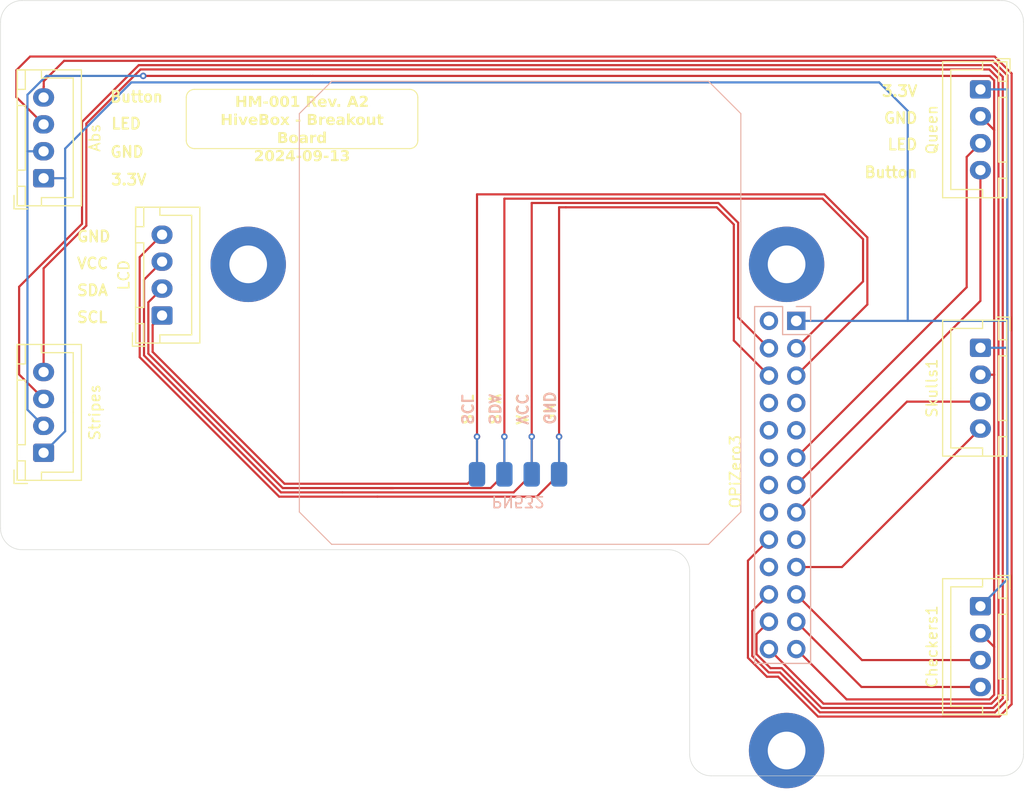
<source format=kicad_pcb>
(kicad_pcb (version 20240108) (generator "pcbnew") (generator_version "8.0")
  (layers (0 "F.Cu" signal) (31 "B.Cu" signal) (34 "B.Paste" user) (35 "F.Paste" user) (36 "B.SilkS" user "B.Silkscreen") (37 "F.SilkS" user "F.Silkscreen") (38 "B.Mask" user) (39 "F.Mask" user) (44 "Edge.Cuts" user))
  (net 0 "")
  (net 1 "Net-(Abs1-Pin_2)")
  (net 2 "Net-(Abs1-Pin_1)")
  (net 3 "Net-(Abs1-Pin_3)")
  (net 4 "Net-(Abs1-Pin_4)")
  (net 5 "Net-(Checkers1-Pin_4)")
  (net 6 "Net-(Checkers1-Pin_3)")
  (net 7 "Net-(LCD1-SDA)")
  (net 8 "Net-(LCD1-SCK)")
  (net 9 "Net-(LCD1-VCC)")
  (net 10 "Net-(LCD1-GND)")
  (net 12 "Net-(OPiZero3-Pin_24)")
  (net 16 "Net-(OPiZero3-PC6)")
  (net 17 "Net-(OPiZero3-Pin_19)")
  (net 20 "Net-(OPiZero3-Pin_26)")
  (net 21 "Net-(OPiZero3-PC8)")
  (net 23 "Net-(OPiZero3-PC5)")
  (footprint "Connector_JST:JST_XH_B4B-XH-A_1x04_P2.50mm_Vertical" (layer "F.Cu") (at 246.5 47.75 -90)
    (property "Reference" "Queen" (at 3.75 4.5 270) (layer "F.SilkS"))
    (property "Value" "Conn_01x04_Pin")
    (fp_line (start -2.56 3.51) (end 10.06 3.51) (stroke (width 0.12)) (layer "F.SilkS"))
    (fp_line (start 10.06 3.51) (end 10.06 -2.46) (stroke (width 0.12)) (layer "F.SilkS"))
    (fp_line (start -1.8 2.75) (end 3.75 2.75) (stroke (width 0.12)) (layer "F.SilkS"))
    (fp_line (start 9.3 2.75) (end 3.75 2.75) (stroke (width 0.12)) (layer "F.SilkS"))
    (fp_line (start -2.55 -0.2) (end -1.8 -0.2) (stroke (width 0.12)) (layer "F.SilkS"))
    (fp_line (start -1.8 -0.2) (end -1.8 2.75) (stroke (width 0.12)) (layer "F.SilkS"))
    (fp_line (start 9.3 -0.2) (end 9.3 2.75) (stroke (width 0.12)) (layer "F.SilkS"))
    (fp_line (start 10.05 -0.2) (end 9.3 -0.2) (stroke (width 0.12)) (layer "F.SilkS"))
    (fp_line (start -2.55 -1.7) (end -0.75 -1.7) (stroke (width 0.12)) (layer "F.SilkS"))
    (fp_line (start -0.75 -1.7) (end -0.75 -2.45) (stroke (width 0.12)) (layer "F.SilkS"))
    (fp_line (start 0.75 -1.7) (end 6.75 -1.7) (stroke (width 0.12)) (layer "F.SilkS"))
    (fp_line (start 6.75 -1.7) (end 6.75 -2.45) (stroke (width 0.12)) (layer "F.SilkS"))
    (fp_line (start 8.25 -1.7) (end 10.05 -1.7) (stroke (width 0.12)) (layer "F.SilkS"))
    (fp_line (start 10.05 -1.7) (end 10.05 -2.45) (stroke (width 0.12)) (layer "F.SilkS"))
    (fp_line (start -2.55 -2.45) (end -2.55 -1.7) (stroke (width 0.12)) (layer "F.SilkS"))
    (fp_line (start -0.75 -2.45) (end -2.55 -2.45) (stroke (width 0.12)) (layer "F.SilkS"))
    (fp_line (start 0.75 -2.45) (end 0.75 -1.7) (stroke (width 0.12)) (layer "F.SilkS"))
    (fp_line (start 6.75 -2.45) (end 0.75 -2.45) (stroke (width 0.12)) (layer "F.SilkS"))
    (fp_line (start 8.25 -2.45) (end 8.25 -1.7) (stroke (width 0.12)) (layer "F.SilkS"))
    (fp_line (start 10.05 -2.45) (end 8.25 -2.45) (stroke (width 0.12)) (layer "F.SilkS"))
    (fp_line (start -2.56 -2.46) (end -2.56 3.51) (stroke (width 0.12)) (layer "F.SilkS"))
    (fp_line (start 10.06 -2.46) (end -2.56 -2.46) (stroke (width 0.12)) (layer "F.SilkS"))
    (fp_line (start -2.85 -2.75) (end -2.85 -1.5) (stroke (width 0.12)) (layer "F.SilkS"))
    (fp_line (start -1.6 -2.75) (end -2.85 -2.75) (stroke (width 0.12)) (layer "F.SilkS"))
    (pad "1" thru_hole roundrect (at 0 0 270) (size 1.7 1.95) (drill 0.95) (layers "*.Cu" "*.Mask") (roundrect_rratio 0.147059) (net 2 "Net-(Abs1-Pin_1)"))
    (pad "2" thru_hole oval (at 2.5 0 270) (size 1.7 1.95) (drill 0.95) (layers "*.Cu" "*.Mask") (net 1 "Net-(Abs1-Pin_2)"))
    (pad "3" thru_hole oval (at 5 0 270) (size 1.7 1.95) (drill 0.95) (layers "*.Cu" "*.Mask") (net 16 "Net-(OPiZero3-PC6)"))
    (pad "4" thru_hole oval (at 7.5 0 270) (size 1.7 1.95) (drill 0.95) (layers "*.Cu" "*.Mask") (net 23 "Net-(OPiZero3-PC5)"))
  )
  (footprint "Connector_JST:JST_XH_B4B-XH-A_1x04_P2.50mm_Vertical" (layer "F.Cu") (at 246.5 95.75 -90)
    (property "Reference" "Checkers1" (at 3.75 4.5 90) (layer "F.SilkS"))
    (property "Value" "Conn_01x04_Pin")
    (fp_line (start -2.56 3.51) (end 10.06 3.51) (stroke (width 0.12)) (layer "F.SilkS"))
    (fp_line (start 10.06 3.51) (end 10.06 -2.46) (stroke (width 0.12)) (layer "F.SilkS"))
    (fp_line (start -1.8 2.75) (end 3.75 2.75) (stroke (width 0.12)) (layer "F.SilkS"))
    (fp_line (start 9.3 2.75) (end 3.75 2.75) (stroke (width 0.12)) (layer "F.SilkS"))
    (fp_line (start -2.55 -0.2) (end -1.8 -0.2) (stroke (width 0.12)) (layer "F.SilkS"))
    (fp_line (start -1.8 -0.2) (end -1.8 2.75) (stroke (width 0.12)) (layer "F.SilkS"))
    (fp_line (start 9.3 -0.2) (end 9.3 2.75) (stroke (width 0.12)) (layer "F.SilkS"))
    (fp_line (start 10.05 -0.2) (end 9.3 -0.2) (stroke (width 0.12)) (layer "F.SilkS"))
    (fp_line (start -2.55 -1.7) (end -0.75 -1.7) (stroke (width 0.12)) (layer "F.SilkS"))
    (fp_line (start -0.75 -1.7) (end -0.75 -2.45) (stroke (width 0.12)) (layer "F.SilkS"))
    (fp_line (start 0.75 -1.7) (end 6.75 -1.7) (stroke (width 0.12)) (layer "F.SilkS"))
    (fp_line (start 6.75 -1.7) (end 6.75 -2.45) (stroke (width 0.12)) (layer "F.SilkS"))
    (fp_line (start 8.25 -1.7) (end 10.05 -1.7) (stroke (width 0.12)) (layer "F.SilkS"))
    (fp_line (start 10.05 -1.7) (end 10.05 -2.45) (stroke (width 0.12)) (layer "F.SilkS"))
    (fp_line (start -2.55 -2.45) (end -2.55 -1.7) (stroke (width 0.12)) (layer "F.SilkS"))
    (fp_line (start -0.75 -2.45) (end -2.55 -2.45) (stroke (width 0.12)) (layer "F.SilkS"))
    (fp_line (start 0.75 -2.45) (end 0.75 -1.7) (stroke (width 0.12)) (layer "F.SilkS"))
    (fp_line (start 6.75 -2.45) (end 0.75 -2.45) (stroke (width 0.12)) (layer "F.SilkS"))
    (fp_line (start 8.25 -2.45) (end 8.25 -1.7) (stroke (width 0.12)) (layer "F.SilkS"))
    (fp_line (start 10.05 -2.45) (end 8.25 -2.45) (stroke (width 0.12)) (layer "F.SilkS"))
    (fp_line (start -2.56 -2.46) (end -2.56 3.51) (stroke (width 0.12)) (layer "F.SilkS"))
    (fp_line (start 10.06 -2.46) (end -2.56 -2.46) (stroke (width 0.12)) (layer "F.SilkS"))
    (fp_line (start -2.85 -2.75) (end -2.85 -1.5) (stroke (width 0.12)) (layer "F.SilkS"))
    (fp_line (start -1.6 -2.75) (end -2.85 -2.75) (stroke (width 0.12)) (layer "F.SilkS"))
    (pad "1" thru_hole roundrect (at 0 0 270) (size 1.7 1.95) (drill 0.95) (layers "*.Cu" "*.Mask") (roundrect_rratio 0.147059) (net 2 "Net-(Abs1-Pin_1)"))
    (pad "2" thru_hole oval (at 2.5 0 270) (size 1.7 1.95) (drill 0.95) (layers "*.Cu" "*.Mask") (net 1 "Net-(Abs1-Pin_2)"))
    (pad "3" thru_hole oval (at 5 0 270) (size 1.7 1.95) (drill 0.95) (layers "*.Cu" "*.Mask"))
    (pad "4" thru_hole oval (at 7.5 0 270) (size 1.7 1.95) (drill 0.95) (layers "*.Cu" "*.Mask"))
  )
  (footprint "MountingHole:MountingHole_3.5mm_Pad" (layer "F.Cu") (at 228.5 64)
    (property "Reference" "REF**" (hide yes))
    (property "Value" "MountingHole_3.5mm_Pad")
    (pad "1" thru_hole circle (at 0 0) (size 7 7) (drill 3.5) (layers "*.Cu" "*.Mask"))
  )
  (footprint "Connector_JST:JST_XH_B4B-XH-A_1x04_P2.50mm_Vertical" (layer "F.Cu") (at 159.5 56 90)
    (property "Reference" "Abs" (at 3.75 4.75 270) (layer "F.SilkS"))
    (property "Value" "Conn_01x04_Pin")
    (fp_line (start -1.6 -2.75) (end -2.85 -2.75) (stroke (width 0.12)) (layer "F.SilkS"))
    (fp_line (start -2.85 -2.75) (end -2.85 -1.5) (stroke (width 0.12)) (layer "F.SilkS"))
    (fp_line (start 10.06 -2.46) (end -2.56 -2.46) (stroke (width 0.12)) (layer "F.SilkS"))
    (fp_line (start -2.56 -2.46) (end -2.56 3.51) (stroke (width 0.12)) (layer "F.SilkS"))
    (fp_line (start 10.05 -2.45) (end 8.25 -2.45) (stroke (width 0.12)) (layer "F.SilkS"))
    (fp_line (start 8.25 -2.45) (end 8.25 -1.7) (stroke (width 0.12)) (layer "F.SilkS"))
    (fp_line (start 6.75 -2.45) (end 0.75 -2.45) (stroke (width 0.12)) (layer "F.SilkS"))
    (fp_line (start 0.75 -2.45) (end 0.75 -1.7) (stroke (width 0.12)) (layer "F.SilkS"))
    (fp_line (start -0.75 -2.45) (end -2.55 -2.45) (stroke (width 0.12)) (layer "F.SilkS"))
    (fp_line (start -2.55 -2.45) (end -2.55 -1.7) (stroke (width 0.12)) (layer "F.SilkS"))
    (fp_line (start 10.05 -1.7) (end 10.05 -2.45) (stroke (width 0.12)) (layer "F.SilkS"))
    (fp_line (start 8.25 -1.7) (end 10.05 -1.7) (stroke (width 0.12)) (layer "F.SilkS"))
    (fp_line (start 6.75 -1.7) (end 6.75 -2.45) (stroke (width 0.12)) (layer "F.SilkS"))
    (fp_line (start 0.75 -1.7) (end 6.75 -1.7) (stroke (width 0.12)) (layer "F.SilkS"))
    (fp_line (start -0.75 -1.7) (end -0.75 -2.45) (stroke (width 0.12)) (layer "F.SilkS"))
    (fp_line (start -2.55 -1.7) (end -0.75 -1.7) (stroke (width 0.12)) (layer "F.SilkS"))
    (fp_line (start 10.05 -0.2) (end 9.3 -0.2) (stroke (width 0.12)) (layer "F.SilkS"))
    (fp_line (start 9.3 -0.2) (end 9.3 2.75) (stroke (width 0.12)) (layer "F.SilkS"))
    (fp_line (start -1.8 -0.2) (end -1.8 2.75) (stroke (width 0.12)) (layer "F.SilkS"))
    (fp_line (start -2.55 -0.2) (end -1.8 -0.2) (stroke (width 0.12)) (layer "F.SilkS"))
    (fp_line (start 9.3 2.75) (end 3.75 2.75) (stroke (width 0.12)) (layer "F.SilkS"))
    (fp_line (start -1.8 2.75) (end 3.75 2.75) (stroke (width 0.12)) (layer "F.SilkS"))
    (fp_line (start 10.06 3.51) (end 10.06 -2.46) (stroke (width 0.12)) (layer "F.SilkS"))
    (fp_line (start -2.56 3.51) (end 10.06 3.51) (stroke (width 0.12)) (layer "F.SilkS"))
    (pad "1" thru_hole roundrect (at 0 0 90) (size 1.7 1.95) (drill 0.95) (layers "*.Cu" "*.Mask") (roundrect_rratio 0.147059))
    (pad "2" thru_hole oval (at 2.5 0 90) (size 1.7 1.95) (drill 0.95) (layers "*.Cu" "*.Mask"))
    (pad "3" thru_hole oval (at 5 0 90) (size 1.7 1.95) (drill 0.95) (layers "*.Cu" "*.Mask"))
    (pad "4" thru_hole oval (at 7.5 0 90) (size 1.7 1.95) (drill 0.95) (layers "*.Cu" "*.Mask"))
  )
  (footprint "Connector_JST:JST_XH_B4B-XH-A_1x04_P2.50mm_Vertical" (layer "F.Cu") (at 246.5 71.75 -90)
    (property "Reference" "Skulls1" (at 3.75 4.5 -90) (layer "F.SilkS"))
    (property "Value" "Conn_01x04_Pin")
    (fp_line (start -2.56 3.51) (end 10.06 3.51) (stroke (width 0.12)) (layer "F.SilkS"))
    (fp_line (start 10.06 3.51) (end 10.06 -2.46) (stroke (width 0.12)) (layer "F.SilkS"))
    (fp_line (start -1.8 2.75) (end 3.75 2.75) (stroke (width 0.12)) (layer "F.SilkS"))
    (fp_line (start 9.3 2.75) (end 3.75 2.75) (stroke (width 0.12)) (layer "F.SilkS"))
    (fp_line (start -2.55 -0.2) (end -1.8 -0.2) (stroke (width 0.12)) (layer "F.SilkS"))
    (fp_line (start -1.8 -0.2) (end -1.8 2.75) (stroke (width 0.12)) (layer "F.SilkS"))
    (fp_line (start 9.3 -0.2) (end 9.3 2.75) (stroke (width 0.12)) (layer "F.SilkS"))
    (fp_line (start 10.05 -0.2) (end 9.3 -0.2) (stroke (width 0.12)) (layer "F.SilkS"))
    (fp_line (start -2.55 -1.7) (end -0.75 -1.7) (stroke (width 0.12)) (layer "F.SilkS"))
    (fp_line (start -0.75 -1.7) (end -0.75 -2.45) (stroke (width 0.12)) (layer "F.SilkS"))
    (fp_line (start 0.75 -1.7) (end 6.75 -1.7) (stroke (width 0.12)) (layer "F.SilkS"))
    (fp_line (start 6.75 -1.7) (end 6.75 -2.45) (stroke (width 0.12)) (layer "F.SilkS"))
    (fp_line (start 8.25 -1.7) (end 10.05 -1.7) (stroke (width 0.12)) (layer "F.SilkS"))
    (fp_line (start 10.05 -1.7) (end 10.05 -2.45) (stroke (width 0.12)) (layer "F.SilkS"))
    (fp_line (start -2.55 -2.45) (end -2.55 -1.7) (stroke (width 0.12)) (layer "F.SilkS"))
    (fp_line (start -0.75 -2.45) (end -2.55 -2.45) (stroke (width 0.12)) (layer "F.SilkS"))
    (fp_line (start 0.75 -2.45) (end 0.75 -1.7) (stroke (width 0.12)) (layer "F.SilkS"))
    (fp_line (start 6.75 -2.45) (end 0.75 -2.45) (stroke (width 0.12)) (layer "F.SilkS"))
    (fp_line (start 8.25 -2.45) (end 8.25 -1.7) (stroke (width 0.12)) (layer "F.SilkS"))
    (fp_line (start 10.05 -2.45) (end 8.25 -2.45) (stroke (width 0.12)) (layer "F.SilkS"))
    (fp_line (start -2.56 -2.46) (end -2.56 3.51) (stroke (width 0.12)) (layer "F.SilkS"))
    (fp_line (start 10.06 -2.46) (end -2.56 -2.46) (stroke (width 0.12)) (layer "F.SilkS"))
    (fp_line (start -2.85 -2.75) (end -2.85 -1.5) (stroke (width 0.12)) (layer "F.SilkS"))
    (fp_line (start -1.6 -2.75) (end -2.85 -2.75) (stroke (width 0.12)) (layer "F.SilkS"))
    (pad "1" thru_hole roundrect (at 0 0 270) (size 1.7 1.95) (drill 0.95) (layers "*.Cu" "*.Mask") (roundrect_rratio 0.147059) (net 2 "Net-(Abs1-Pin_1)"))
    (pad "2" thru_hole oval (at 2.5 0 270) (size 1.7 1.95) (drill 0.95) (layers "*.Cu" "*.Mask") (net 1 "Net-(Abs1-Pin_2)"))
    (pad "3" thru_hole oval (at 5 0 270) (size 1.7 1.95) (drill 0.95) (layers "*.Cu" "*.Mask") (net 21 "Net-(OPiZero3-PC8)"))
    (pad "4" thru_hole oval (at 7.5 0 270) (size 1.7 1.95) (drill 0.95) (layers "*.Cu" "*.Mask") (net 17 "Net-(OPiZero3-Pin_19)"))
  )
  (footprint "MountingHole:MountingHole_3.5mm_Pad" (layer "F.Cu") (at 228.5 109.15)
    (property "Reference" "REF**" (hide yes))
    (property "Value" "MountingHole_3.5mm_Pad")
    (pad "1" thru_hole circle (at 0 0) (size 7 7) (drill 3.5) (layers "*.Cu" "*.Mask"))
  )
  (footprint "Connector_JST:JST_XH_B4B-XH-A_1x04_P2.50mm_Vertical" (layer "F.Cu") (at 170.5 68.75 90)
    (property "Reference" "LCD" (at 3.75 -3.55 90) (layer "F.SilkS"))
    (property "Value" "Conn_01x04_Pin")
    (fp_line (start -1.6 -2.75) (end -2.85 -2.75) (stroke (width 0.12)) (layer "F.SilkS"))
    (fp_line (start -2.85 -2.75) (end -2.85 -1.5) (stroke (width 0.12)) (layer "F.SilkS"))
    (fp_line (start 10.06 -2.46) (end -2.56 -2.46) (stroke (width 0.12)) (layer "F.SilkS"))
    (fp_line (start -2.56 -2.46) (end -2.56 3.51) (stroke (width 0.12)) (layer "F.SilkS"))
    (fp_line (start 10.05 -2.45) (end 8.25 -2.45) (stroke (width 0.12)) (layer "F.SilkS"))
    (fp_line (start 8.25 -2.45) (end 8.25 -1.7) (stroke (width 0.12)) (layer "F.SilkS"))
    (fp_line (start 6.75 -2.45) (end 0.75 -2.45) (stroke (width 0.12)) (layer "F.SilkS"))
    (fp_line (start 0.75 -2.45) (end 0.75 -1.7) (stroke (width 0.12)) (layer "F.SilkS"))
    (fp_line (start -0.75 -2.45) (end -2.55 -2.45) (stroke (width 0.12)) (layer "F.SilkS"))
    (fp_line (start -2.55 -2.45) (end -2.55 -1.7) (stroke (width 0.12)) (layer "F.SilkS"))
    (fp_line (start 10.05 -1.7) (end 10.05 -2.45) (stroke (width 0.12)) (layer "F.SilkS"))
    (fp_line (start 8.25 -1.7) (end 10.05 -1.7) (stroke (width 0.12)) (layer "F.SilkS"))
    (fp_line (start 6.75 -1.7) (end 6.75 -2.45) (stroke (width 0.12)) (layer "F.SilkS"))
    (fp_line (start 0.75 -1.7) (end 6.75 -1.7) (stroke (width 0.12)) (layer "F.SilkS"))
    (fp_line (start -0.75 -1.7) (end -0.75 -2.45) (stroke (width 0.12)) (layer "F.SilkS"))
    (fp_line (start -2.55 -1.7) (end -0.75 -1.7) (stroke (width 0.12)) (layer "F.SilkS"))
    (fp_line (start 10.05 -0.2) (end 9.3 -0.2) (stroke (width 0.12)) (layer "F.SilkS"))
    (fp_line (start 9.3 -0.2) (end 9.3 2.75) (stroke (width 0.12)) (layer "F.SilkS"))
    (fp_line (start -1.8 -0.2) (end -1.8 2.75) (stroke (width 0.12)) (layer "F.SilkS"))
    (fp_line (start -2.55 -0.2) (end -1.8 -0.2) (stroke (width 0.12)) (layer "F.SilkS"))
    (fp_line (start 9.3 2.75) (end 3.75 2.75) (stroke (width 0.12)) (layer "F.SilkS"))
    (fp_line (start -1.8 2.75) (end 3.75 2.75) (stroke (width 0.12)) (layer "F.SilkS"))
    (fp_line (start 10.06 3.51) (end 10.06 -2.46) (stroke (width 0.12)) (layer "F.SilkS"))
    (fp_line (start -2.56 3.51) (end 10.06 3.51) (stroke (width 0.12)) (layer "F.SilkS"))
    (pad "1" thru_hole roundrect (at 0 0 90) (size 1.7 1.95) (drill 0.95) (layers "*.Cu" "*.Mask") (roundrect_rratio 0.147059) (net 8 "Net-(LCD1-SCK)"))
    (pad "2" thru_hole oval (at 2.5 0 90) (size 1.7 1.95) (drill 0.95) (layers "*.Cu" "*.Mask") (net 7 "Net-(LCD1-SDA)"))
    (pad "3" thru_hole oval (at 5 0 90) (size 1.7 1.95) (drill 0.95) (layers "*.Cu" "*.Mask") (net 9 "Net-(LCD1-VCC)"))
    (pad "4" thru_hole oval (at 7.5 0 90) (size 1.7 1.95) (drill 0.95) (layers "*.Cu" "*.Mask") (net 10 "Net-(LCD1-GND)"))
  )
  (footprint "MountingHole:MountingHole_3.5mm_Pad" (layer "F.Cu") (at 178.5 64)
    (property "Reference" "REF**" (hide yes))
    (property "Value" "MountingHole_3.5mm_Pad")
    (pad "1" thru_hole circle (at 0 0) (size 7 7) (drill 3.5) (layers "*.Cu" "*.Mask"))
  )
  (footprint "Connector_JST:JST_XH_B4B-XH-A_1x04_P2.50mm_Vertical" (layer "F.Cu") (at 159.5 81.5 90)
    (property "Reference" "Stripes" (at 3.75 4.75 270) (layer "F.SilkS"))
    (property "Value" "Conn_01x04_Pin")
    (fp_line (start -1.6 -2.75) (end -2.85 -2.75) (stroke (width 0.12)) (layer "F.SilkS"))
    (fp_line (start -2.85 -2.75) (end -2.85 -1.5) (stroke (width 0.12)) (layer "F.SilkS"))
    (fp_line (start 10.06 -2.46) (end -2.56 -2.46) (stroke (width 0.12)) (layer "F.SilkS"))
    (fp_line (start -2.56 -2.46) (end -2.56 3.51) (stroke (width 0.12)) (layer "F.SilkS"))
    (fp_line (start 10.05 -2.45) (end 8.25 -2.45) (stroke (width 0.12)) (layer "F.SilkS"))
    (fp_line (start 8.25 -2.45) (end 8.25 -1.7) (stroke (width 0.12)) (layer "F.SilkS"))
    (fp_line (start 6.75 -2.45) (end 0.75 -2.45) (stroke (width 0.12)) (layer "F.SilkS"))
    (fp_line (start 0.75 -2.45) (end 0.75 -1.7) (stroke (width 0.12)) (layer "F.SilkS"))
    (fp_line (start -0.75 -2.45) (end -2.55 -2.45) (stroke (width 0.12)) (layer "F.SilkS"))
    (fp_line (start -2.55 -2.45) (end -2.55 -1.7) (stroke (width 0.12)) (layer "F.SilkS"))
    (fp_line (start 10.05 -1.7) (end 10.05 -2.45) (stroke (width 0.12)) (layer "F.SilkS"))
    (fp_line (start 8.25 -1.7) (end 10.05 -1.7) (stroke (width 0.12)) (layer "F.SilkS"))
    (fp_line (start 6.75 -1.7) (end 6.75 -2.45) (stroke (width 0.12)) (layer "F.SilkS"))
    (fp_line (start 0.75 -1.7) (end 6.75 -1.7) (stroke (width 0.12)) (layer "F.SilkS"))
    (fp_line (start -0.75 -1.7) (end -0.75 -2.45) (stroke (width 0.12)) (layer "F.SilkS"))
    (fp_line (start -2.55 -1.7) (end -0.75 -1.7) (stroke (width 0.12)) (layer "F.SilkS"))
    (fp_line (start 10.05 -0.2) (end 9.3 -0.2) (stroke (width 0.12)) (layer "F.SilkS"))
    (fp_line (start 9.3 -0.2) (end 9.3 2.75) (stroke (width 0.12)) (layer "F.SilkS"))
    (fp_line (start -1.8 -0.2) (end -1.8 2.75) (stroke (width 0.12)) (layer "F.SilkS"))
    (fp_line (start -2.55 -0.2) (end -1.8 -0.2) (stroke (width 0.12)) (layer "F.SilkS"))
    (fp_line (start 9.3 2.75) (end 3.75 2.75) (stroke (width 0.12)) (layer "F.SilkS"))
    (fp_line (start -1.8 2.75) (end 3.75 2.75) (stroke (width 0.12)) (layer "F.SilkS"))
    (fp_line (start 10.06 3.51) (end 10.06 -2.46) (stroke (width 0.12)) (layer "F.SilkS"))
    (fp_line (start -2.56 3.51) (end 10.06 3.51) (stroke (width 0.12)) (layer "F.SilkS"))
    (pad "1" thru_hole roundrect (at 0 0 90) (size 1.7 1.95) (drill 0.95) (layers "*.Cu" "*.Mask") (roundrect_rratio 0.147059) (net 2 "Net-(Abs1-Pin_1)"))
    (pad "2" thru_hole oval (at 2.5 0 90) (size 1.7 1.95) (drill 0.95) (layers "*.Cu" "*.Mask") (net 1 "Net-(Abs1-Pin_2)"))
    (pad "3" thru_hole oval (at 5 0 90) (size 1.7 1.95) (drill 0.95) (layers "*.Cu" "*.Mask") (net 12 "Net-(OPiZero3-Pin_24)"))
    (pad "4" thru_hole oval (at 7.5 0 90) (size 1.7 1.95) (drill 0.95) (layers "*.Cu" "*.Mask") (net 20 "Net-(OPiZero3-Pin_26)"))
  )
  (footprint "Library:Solder Pads 01x04 2.54mm" (layer "B.Cu") (at 199.75 83.5)
    (property "Reference" "PN532" (at 3.81 2.54 180) (layer "B.SilkS") (effects (justify mirror)))
    (property "Value" "Conn_01x04_Pin")
    (pad "1" smd roundrect (at 0 0 90) (size 2.286 1.524) (layers "B.Cu" "B.Paste" "B.Mask") (net 8 "Net-(LCD1-SCK)"))
    (pad "2" smd roundrect (at 2.54 0 90) (size 2.286 1.524) (layers "B.Cu" "B.Paste" "B.Mask") (net 7 "Net-(LCD1-SDA)"))
    (pad "3" smd roundrect (at 5.08 0 90) (size 2.286 1.524) (layers "B.Cu" "B.Paste" "B.Mask") (net 9 "Net-(LCD1-VCC)"))
    (pad "4" smd roundrect (at 7.62 0 90) (size 2.286 1.524) (layers "B.Cu" "B.Paste" "B.Mask") (net 10 "Net-(LCD1-GND)"))
  )
  (footprint "Connector_PinHeader_2.54mm:PinHeader_2x13_P2.54mm_Vertical" (layer "B.Cu") (at 229.4 69.25 180)
    (property "Reference" "OPiZero3" (at 5.65 -14 90) (layer "F.SilkS"))
    (property "Value" "Conn_02x13_Odd_Even")
    (fp_line (start 3.87 1.33) (end 1.27 1.33) (stroke (width 0.12)) (layer "B.SilkS"))
    (fp_line (start 3.87 -31.81) (end 3.87 1.33) (stroke (width 0.12)) (layer "B.SilkS"))
    (fp_line (start 3.87 -31.81) (end -1.33 -31.81) (stroke (width 0.12)) (layer "B.SilkS"))
    (fp_line (start 1.27 1.33) (end 1.27 -1.27) (stroke (width 0.12)) (layer "B.SilkS"))
    (fp_line (start 1.27 -1.27) (end -1.33 -1.27) (stroke (width 0.12)) (layer "B.SilkS"))
    (fp_line (start 0 1.33) (end -1.33 1.33) (stroke (width 0.12)) (layer "B.SilkS"))
    (fp_line (start -1.33 1.33) (end -1.33 0) (stroke (width 0.12)) (layer "B.SilkS"))
    (fp_line (start -1.33 -31.81) (end -1.33 -1.27) (stroke (width 0.12)) (layer "B.SilkS"))
    (pad "1" thru_hole rect (at 0 0 180) (size 1.7 1.7) (drill 1) (layers "*.Cu" "*.Mask") (net 2 "Net-(Abs1-Pin_1)"))
    (pad "2" thru_hole oval (at 2.54 0 180) (size 1.7 1.7) (drill 1) (layers "*.Cu" "*.Mask"))
    (pad "3" thru_hole oval (at 0 -2.54 180) (size 1.7 1.7) (drill 1) (layers "*.Cu" "*.Mask") (net 7 "Net-(LCD1-SDA)"))
    (pad "4" thru_hole oval (at 2.54 -2.54 180) (size 1.7 1.7) (drill 1) (layers "*.Cu" "*.Mask") (net 9 "Net-(LCD1-VCC)"))
    (pad "5" thru_hole oval (at 0 -5.08 180) (size 1.7 1.7) (drill 1) (layers "*.Cu" "*.Mask") (net 8 "Net-(LCD1-SCK)"))
    (pad "6" thru_hole oval (at 2.54 -5.08 180) (size 1.7 1.7) (drill 1) (layers "*.Cu" "*.Mask") (net 10 "Net-(LCD1-GND)"))
    (pad "7" thru_hole oval (at 0 -7.62 180) (size 1.7 1.7) (drill 1) (layers "*.Cu" "*.Mask"))
    (pad "8" thru_hole oval (at 2.54 -7.62 180) (size 1.7 1.7) (drill 1) (layers "*.Cu" "*.Mask"))
    (pad "9" thru_hole oval (at 0 -10.16 180) (size 1.7 1.7) (drill 1) (layers "*.Cu" "*.Mask"))
    (pad "10" thru_hole oval (at 2.54 -10.16 180) (size 1.7 1.7) (drill 1) (layers "*.Cu" "*.Mask"))
    (pad "11" thru_hole oval (at 0 -12.7 180) (size 1.7 1.7) (drill 1) (layers "*.Cu" "*.Mask") (net 16 "Net-(OPiZero3-PC6)"))
    (pad "12" thru_hole oval (at 2.54 -12.7 180) (size 1.7 1.7) (drill 1) (layers "*.Cu" "*.Mask"))
    (pad "13" thru_hole oval (at 0 -15.24 180) (size 1.7 1.7) (drill 1) (layers "*.Cu" "*.Mask") (net 23 "Net-(OPiZero3-PC5)"))
    (pad "14" thru_hole oval (at 2.54 -15.24 180) (size 1.7 1.7) (drill 1) (layers "*.Cu" "*.Mask"))
    (pad "15" thru_hole oval (at 0 -17.78 180) (size 1.7 1.7) (drill 1) (layers "*.Cu" "*.Mask") (net 21 "Net-(OPiZero3-PC8)"))
    (pad "16" thru_hole oval (at 2.54 -17.78 180) (size 1.7 1.7) (drill 1) (layers "*.Cu" "*.Mask"))
    (pad "17" thru_hole oval (at 0 -20.32 180) (size 1.7 1.7) (drill 1) (layers "*.Cu" "*.Mask"))
    (pad "18" thru_hole oval (at 2.54 -20.32 180) (size 1.7 1.7) (drill 1) (layers "*.Cu" "*.Mask") (net 3 "Net-(Abs1-Pin_3)"))
    (pad "19" thru_hole oval (at 0 -22.86 180) (size 1.7 1.7) (drill 1) (layers "*.Cu" "*.Mask") (net 17 "Net-(OPiZero3-Pin_19)"))
    (pad "20" thru_hole oval (at 2.54 -22.86 180) (size 1.7 1.7) (drill 1) (layers "*.Cu" "*.Mask"))
    (pad "21" thru_hole oval (at 0 -25.4 180) (size 1.7 1.7) (drill 1) (layers "*.Cu" "*.Mask") (net 6 "Net-(Checkers1-Pin_3)"))
    (pad "22" thru_hole oval (at 2.54 -25.4 180) (size 1.7 1.7) (drill 1) (layers "*.Cu" "*.Mask") (net 4 "Net-(Abs1-Pin_4)"))
    (pad "23" thru_hole oval (at 0 -27.94 180) (size 1.7 1.7) (drill 1) (layers "*.Cu" "*.Mask") (net 5 "Net-(Checkers1-Pin_4)"))
    (pad "24" thru_hole oval (at 2.54 -27.94 180) (size 1.7 1.7) (drill 1) (layers "*.Cu" "*.Mask") (net 12 "Net-(OPiZero3-Pin_24)"))
    (pad "25" thru_hole oval (at 0 -30.48 180) (size 1.7 1.7) (drill 1) (layers "*.Cu" "*.Mask") (net 1 "Net-(Abs1-Pin_2)"))
    (pad "26" thru_hole oval (at 2.54 -30.48 180) (size 1.7 1.7) (drill 1) (layers "*.Cu" "*.Mask") (net 20 "Net-(OPiZero3-Pin_26)"))
  )
  (gr_line (start 221.25 90) (end 186.25 90) (stroke (width 0.1)) (layer "B.SilkS"))
  (gr_line (start 183.25 87) (end 183.25 50) (stroke (width 0.1)) (layer "B.SilkS"))
  (gr_line (start 183.25 50) (end 186.25 47) (stroke (width 0.1)) (layer "B.SilkS"))
  (gr_line (start 186.25 47) (end 221.25 47) (stroke (width 0.1)) (layer "B.SilkS"))
  (gr_line (start 221.25 47) (end 224.25 50) (stroke (width 0.1)) (layer "B.SilkS"))
  (gr_line (start 224.25 87) (end 221.25 90) (stroke (width 0.1)) (layer "B.SilkS"))
  (gr_line (start 224.25 50) (end 224.25 87) (stroke (width 0.1)) (layer "B.SilkS"))
  (gr_line (start 186.25 90) (end 183.25 87) (stroke (width 0.1)) (layer "B.SilkS"))
  (gr_arc (start 194.25 52.5) (mid 194.03033 53.03033) (end 193.5 53.25) (stroke (width 0.1)) (layer "F.SilkS"))
  (gr_line (start 172.75 48.5) (end 172.75 52.5) (stroke (width 0.1)) (layer "F.SilkS"))
  (gr_arc (start 193.5 47.75) (mid 194.03033 47.96967) (end 194.25 48.5) (stroke (width 0.1)) (layer "F.SilkS"))
  (gr_arc (start 172.75 48.5) (mid 172.96967 47.96967) (end 173.5 47.75) (stroke (width 0.1)) (layer "F.SilkS"))
  (gr_line (start 173.5 53.25) (end 193.5 53.25) (stroke (width 0.1)) (layer "F.SilkS"))
  (gr_arc (start 173.5 53.25) (mid 172.96967 53.03033) (end 172.75 52.5) (stroke (width 0.1)) (layer "F.SilkS"))
  (gr_line (start 193.5 47.75) (end 173.5 47.75) (stroke (width 0.1)) (layer "F.SilkS"))
  (gr_line (start 194.25 52.5) (end 194.25 48.5) (stroke (width 0.1)) (layer "F.SilkS"))
  (gr_line (start 248.5 111.5) (end 221.5 111.5) (stroke (width 0.05)) (layer "Edge.Cuts"))
  (gr_arc (start 155.5 41.5) (mid 156.085786 40.085786) (end 157.5 39.5) (stroke (width 0.05)) (layer "Edge.Cuts"))
  (gr_line (start 157.5 39.5) (end 248.5 39.5) (stroke (width 0.05)) (layer "Edge.Cuts"))
  (gr_line (start 217.5 90.5) (end 157.5 90.5) (stroke (width 0.05)) (layer "Edge.Cuts"))
  (gr_line (start 155.5 88.5) (end 155.5 41.5) (stroke (width 0.05)) (layer "Edge.Cuts"))
  (gr_line (start 219.5 109.5) (end 219.5 92.5) (stroke (width 0.05)) (layer "Edge.Cuts"))
  (gr_arc (start 157.5 90.5) (mid 156.085786 89.914214) (end 155.5 88.5) (stroke (width 0.05)) (layer "Edge.Cuts"))
  (gr_arc (start 250.5 109.5) (mid 249.914214 110.914214) (end 248.5 111.5) (stroke (width 0.05)) (layer "Edge.Cuts"))
  (gr_arc (start 221.5 111.5) (mid 220.085786 110.914214) (end 219.5 109.5) (stroke (width 0.05)) (layer "Edge.Cuts"))
  (gr_arc (start 217.5 90.5) (mid 218.914214 91.085786) (end 219.5 92.5) (stroke (width 0.05)) (layer "Edge.Cuts"))
  (gr_arc (start 248.5 39.5) (mid 249.914214 40.085786) (end 250.5 41.5) (stroke (width 0.05)) (layer "Edge.Cuts"))
  (gr_line (start 250.5 41.5) (end 250.5 109.5) (stroke (width 0.05)) (layer "Edge.Cuts"))
  (gr_text "VCC" (at 203.33 79 -90) (layer "B.SilkS") (effects (font (size 1 1) (thickness 0.2) (bold yes)) (justify left bottom mirror)))
  (gr_text "SCL" (at 198.25 79 270) (layer "B.SilkS") (effects (font (size 1 1) (thickness 0.2) (bold yes)) (justify left bottom mirror)))
  (gr_text "GND" (at 205.87 79 -90) (layer "B.SilkS") (effects (font (size 1 1) (thickness 0.2) (bold yes)) (justify left bottom mirror)))
  (gr_text "SDA" (at 200.79 79 -90) (layer "B.SilkS") (effects (font (size 1 1) (thickness 0.2) (bold yes)) (justify left bottom mirror)))
  (gr_text "VCC" (at 162.5 64.5 0) (layer "F.SilkS") (effects (font (size 1 1) (thickness 0.2) (bold yes)) (justify left bottom)))
  (gr_text "GND" (at 207.12 79 90) (layer "F.SilkS") (effects (font (size 1 1) (thickness 0.2) (bold yes)) (justify left bottom)))
  (gr_text "3.3V" (at 169.164 56.722 0) (layer "F.SilkS") (effects (font (size 1 1) (thickness 0.2) (bold yes)) (justify right bottom)))
  (gr_text "GND" (at 162.5 62 0) (layer "F.SilkS") (effects (font (size 1 1) (thickness 0.2) (bold yes)) (justify left bottom)))
  (gr_text "SCL" (at 199.5 79 90) (layer "F.SilkS") (effects (font (size 1 1) (thickness 0.2) (bold yes)) (justify left bottom)))
  (gr_text "3.3V" (at 240.75 48.5 0) (layer "F.SilkS") (effects (font (size 1 1) (thickness 0.2) (bold yes)) (justify right bottom)))
  (gr_text "VCC" (at 204.58 79 90) (layer "F.SilkS") (effects (font (size 1 1) (thickness 0.2) (bold yes)) (justify left bottom)))
  (gr_text "LED" (at 240.75 53.46 0) (layer "F.SilkS") (effects (font (size 1 1) (thickness 0.2) (bold yes)) (justify right bottom)))
  (gr_text "GND" (at 240.75 51 0) (layer "F.SilkS") (effects (font (size 1 1) (thickness 0.2) (bold yes)) (justify right bottom)))
  (gr_text "SDA" (at 202.04 79 90) (layer "F.SilkS") (effects (font (size 1 1) (thickness 0.2) (bold yes)) (justify left bottom)))
  (gr_text "Button" (at 240.75 56.04 0) (layer "F.SilkS") (effects (font (size 1 1) (thickness 0.2) (bold yes)) (justify right bottom)))
  (gr_text "SDA" (at 162.5 67 0) (layer "F.SilkS") (effects (font (size 1 1) (thickness 0.2) (bold yes)) (justify left bottom)))
  (gr_text "LED" (at 168.656 51.522 0) (layer "F.SilkS") (effects (font (size 1 1) (thickness 0.2) (bold yes)) (justify right bottom)))
  (gr_text "Button" (at 170.688 49.022 0) (layer "F.SilkS") (effects (font (size 1 1) (thickness 0.2) (bold yes)) (justify right bottom)))
  (gr_text "GND" (at 168.91 54.142 0) (layer "F.SilkS") (effects (font (size 1 1) (thickness 0.2) (bold yes)) (justify right bottom)))
  (gr_text "SCL" (at 162.5 69.5 0) (layer "F.SilkS") (effects (font (size 1 1) (thickness 0.2) (bold yes)) (justify left bottom)))
  (gr_text_box "HM-001 Rev. A2\nHiveBox - Breakout Board\n2024-09-13" (start 172.75 47.625) (end 194.25 53.375) (layer "F.SilkS") (effects (font (size 1 1) (thickness 0.1)) (justify top)) (border no))
  (segment (start 247.775 99.525) (end 247.775 74.25) (width 0.2) (layer "F.Cu") (net 1))
  (segment (start 247.775 51.525) (end 246.5 50.25) (width 0.2) (layer "F.Cu") (net 1))
  (segment (start 247.775 51.525) (end 247.775 46.915256) (width 0.2) (layer "F.Cu") (net 1))
  (segment (start 184.25 46.5) (end 168.75 46.5) (width 0.2) (layer "F.Cu") (net 1))
  (segment (start 247.775 46.915256) (end 247.359744 46.5) (width 0.2) (layer "F.Cu") (net 1))
  (segment (start 234.07 104.4) (end 247.35 104.4) (width 0.2) (layer "F.Cu") (net 1))
  (segment (start 229.4 99.73) (end 234.07 104.4) (width 0.2) (layer "F.Cu") (net 1))
  (segment (start 246.5 74.25) (end 247.775 74.25) (width 0.2) (layer "F.Cu") (net 1))
  (segment (start 247.775 103.975) (end 247.775 99.525) (width 0.2) (layer "F.Cu") (net 1))
  (segment (start 247.775 99.525) (end 246.5 98.25) (width 0.2) (layer "F.Cu") (net 1))
  (segment (start 247.359744 46.5) (end 246.5 46.5) (width 0.2) (layer "F.Cu") (net 1))
  (segment (start 247.35 104.4) (end 247.775 103.975) (width 0.2) (layer "F.Cu") (net 1))
  (segment (start 246.5 46.5) (end 184.5 46.5) (width 0.2) (layer "F.Cu") (net 1))
  (segment (start 247.775 74.25) (end 247.775 51.525) (width 0.2) (layer "F.Cu") (net 1))
  (segment (start 184.5 46.5) (end 184.25 46.5) (width 0.2) (layer "F.Cu") (net 1))
  (via (at 168.75 46.5) (size 0.6) (drill 0.3) (layers "F.Cu" "B.Cu") (net 1))
  (segment (start 159.748654 46.5) (end 158 48.248654) (width 0.2) (layer "B.Cu") (net 1))
  (segment (start 168.75 46.5) (end 159.748654 46.5) (width 0.2) (layer "B.Cu") (net 1))
  (segment (start 158 53.5) (end 158 77.5) (width 0.2) (layer "B.Cu") (net 1))
  (segment (start 159.5 53.5) (end 158 53.5) (width 0.2) (layer "B.Cu") (net 1))
  (segment (start 158 48.248654) (end 158 53.5) (width 0.2) (layer "B.Cu") (net 1))
  (segment (start 158 77.5) (end 159.5 79) (width 0.2) (layer "B.Cu") (net 1))
  (segment (start 161.5 79.5) (end 159.5 81.5) (width 0.2) (layer "B.Cu") (net 2))
  (segment (start 239.75 69.25) (end 249 69.25) (width 0.2) (layer "B.Cu") (net 2))
  (segment (start 249 47.75) (end 249 69.25) (width 0.2) (layer "B.Cu") (net 2))
  (segment (start 167.65 47.1) (end 161.5 53.25) (width 0.2) (layer "B.Cu") (net 2))
  (segment (start 161.5 53.25) (end 161.5 56) (width 0.2) (layer "B.Cu") (net 2))
  (segment (start 246.5 71.75) (end 249 71.75) (width 0.2) (layer "B.Cu") (net 2))
  (segment (start 249 71.75) (end 249 93.25) (width 0.2) (layer "B.Cu") (net 2))
  (segment (start 237.1 47.1) (end 167.65 47.1) (width 0.2) (layer "B.Cu") (net 2))
  (segment (start 249 69.25) (end 249 71.75) (width 0.2) (layer "B.Cu") (net 2))
  (segment (start 161.5 56) (end 161.5 79.5) (width 0.2) (layer "B.Cu") (net 2))
  (segment (start 246.5 47.75) (end 249 47.75) (width 0.2) (layer "B.Cu") (net 2))
  (segment (start 229.4 69.25) (end 239.75 69.25) (width 0.2) (layer "B.Cu") (net 2))
  (segment (start 239.75 69.25) (end 239.75 49.75) (width 0.2) (layer "B.Cu") (net 2))
  (segment (start 159.5 56) (end 161.5 56) (width 0.2) (layer "B.Cu") (net 2))
  (segment (start 239.75 49.75) (end 237.1 47.1) (width 0.2) (layer "B.Cu") (net 2))
  (segment (start 249 93.25) (end 246.5 95.75) (width 0.2) (layer "B.Cu") (net 2))
  (segment (start 224.91 100.537718) (end 226.670455 102.298173) (width 0.2) (layer "F.Cu") (net 3))
  (segment (start 227.716801 102.298173) (end 231.418628 106) (width 0.2) (layer "F.Cu") (net 3))
  (segment (start 156.972 48.472) (end 159.5 51) (width 0.2) (layer "F.Cu") (net 3))
  (segment (start 158.246 44.7) (end 156.972 45.974) (width 0.2) (layer "F.Cu") (net 3))
  (segment (start 226.670455 102.298173) (end 227.716801 102.298173) (width 0.2) (layer "F.Cu") (net 3))
  (segment (start 248.25 106) (end 249.4 104.85) (width 0.2) (layer "F.Cu") (net 3))
  (segment (start 226.86 89.57) (end 224.91 91.52) (width 0.2) (layer "F.Cu") (net 3))
  (segment (start 247.822487 44.7) (end 158.246 44.7) (width 0.2) (layer "F.Cu") (net 3))
  (segment (start 249.4 46.277513) (end 247.822487 44.7) (width 0.2) (layer "F.Cu") (net 3))
  (segment (start 224.91 91.52) (end 224.91 100.537718) (width 0.2) (layer "F.Cu") (net 3))
  (segment (start 156.972 45.974) (end 156.972 48.472) (width 0.2) (layer "F.Cu") (net 3))
  (segment (start 231.418628 106) (end 248.25 106) (width 0.2) (layer "F.Cu") (net 3))
  (segment (start 249.4 104.85) (end 249.4 46.277513) (width 0.2) (layer "F.Cu") (net 3))
  (segment (start 159.5 47.51) (end 159.5 48.5) (width 0.2) (layer "F.Cu") (net 4))
  (segment (start 226.836141 101.898173) (end 227.882487 101.898173) (width 0.2) (layer "F.Cu") (net 4))
  (segment (start 231.584314 105.6) (end 247.847058 105.6) (width 0.2) (layer "F.Cu") (net 4))
  (segment (start 225.31 96.2) (end 225.31 100.372032) (width 0.2) (layer "F.Cu") (net 4))
  (segment (start 159.512 47.498) (end 159.5 47.51) (width 0.2) (layer "F.Cu") (net 4))
  (segment (start 249 46.443199) (end 247.656801 45.1) (width 0.2) (layer "F.Cu") (net 4))
  (segment (start 161.402 45.1) (end 159.512 46.99) (width 0.2) (layer "F.Cu") (net 4))
  (segment (start 247.656801 45.1) (end 161.402 45.1) (width 0.2) (layer "F.Cu") (net 4))
  (segment (start 159.512 46.99) (end 159.512 47.498) (width 0.2) (layer "F.Cu") (net 4))
  (segment (start 225.31 100.372032) (end 226.836141 101.898173) (width 0.2) (layer "F.Cu") (net 4))
  (segment (start 226.86 94.65) (end 225.31 96.2) (width 0.2) (layer "F.Cu") (net 4))
  (segment (start 247.847058 105.6) (end 249 104.447058) (width 0.2) (layer "F.Cu") (net 4))
  (segment (start 227.882487 101.898173) (end 231.584314 105.6) (width 0.2) (layer "F.Cu") (net 4))
  (segment (start 249 104.447058) (end 249 46.443199) (width 0.2) (layer "F.Cu") (net 4))
  (segment (start 229.4 97.19) (end 235.46 103.25) (width 0.2) (layer "F.Cu") (net 5))
  (segment (start 235.46 103.25) (end 246.5 103.25) (width 0.2) (layer "F.Cu") (net 5))
  (segment (start 229.4 94.65) (end 235.5 100.75) (width 0.2) (layer "F.Cu") (net 6))
  (segment (start 235.5 100.75) (end 246.5 100.75) (width 0.2) (layer "F.Cu") (net 6))
  (segment (start 169.225 72.290686) (end 181.709314 84.775) (width 0.2) (layer "F.Cu") (net 7))
  (segment (start 169.225 67.525) (end 169.225 72.290686) (width 0.2) (layer "F.Cu") (net 7))
  (segment (start 201.015 84.775) (end 190.75 84.775) (width 0.2) (layer "F.Cu") (net 7))
  (segment (start 235.6 61.665686) (end 235.6 65.59) (width 0.2) (layer "F.Cu") (net 7))
  (segment (start 202.29 83.5) (end 201.015 84.775) (width 0.2) (layer "F.Cu") (net 7))
  (segment (start 231.834314 57.9) (end 235.6 61.665686) (width 0.2) (layer "F.Cu") (net 7))
  (segment (start 181.709314 84.775) (end 192 84.775) (width 0.2) (layer "F.Cu") (net 7))
  (segment (start 202.29 80) (end 202.29 57.9) (width 0.2) (layer "F.Cu") (net 7))
  (segment (start 202.29 83.5) (end 202.29 80) (width 0.2) (layer "F.Cu") (net 7))
  (segment (start 235.6 65.59) (end 229.4 71.79) (width 0.2) (layer "F.Cu") (net 7))
  (segment (start 170.5 66.25) (end 169.225 67.525) (width 0.2) (layer "F.Cu") (net 7))
  (segment (start 202.29 57.9) (end 231.834314 57.9) (width 0.2) (layer "F.Cu") (net 7))
  (via (at 202.29 80) (size 0.6) (drill 0.3) (layers "F.Cu" "B.Cu") (net 7))
  (segment (start 202.29 80) (end 202.29 83.5) (width 0.2) (layer "B.Cu") (net 7))
  (segment (start 202.25 80) (end 202.29 80.04) (width 0.2) (layer "B.Cu") (net 7))
  (segment (start 236 61.5) (end 236 67.73) (width 0.2) (layer "F.Cu") (net 8))
  (segment (start 199.75 57.5) (end 232 57.5) (width 0.2) (layer "F.Cu") (net 8))
  (segment (start 199.75 80) (end 199.75 57.5) (width 0.2) (layer "F.Cu") (net 8))
  (segment (start 198.875 84.375) (end 199.75 83.5) (width 0.2) (layer "F.Cu") (net 8))
  (segment (start 181.875 84.375) (end 198.875 84.375) (width 0.2) (layer "F.Cu") (net 8))
  (segment (start 232 57.5) (end 236 61.5) (width 0.2) (layer "F.Cu") (net 8))
  (segment (start 170.5 68.75) (end 169.625 69.625) (width 0.2) (layer "F.Cu") (net 8))
  (segment (start 236 67.73) (end 229.4 74.33) (width 0.2) (layer "F.Cu") (net 8))
  (segment (start 169.625 72.125) (end 181.875 84.375) (width 0.2) (layer "F.Cu") (net 8))
  (segment (start 169.625 69.625) (end 169.625 72.125) (width 0.2) (layer "F.Cu") (net 8))
  (segment (start 199.75 83.5) (end 199.75 80) (width 0.2) (layer "F.Cu") (net 8))
  (via (at 199.75 80) (size 0.6) (drill 0.3) (layers "F.Cu" "B.Cu") (net 8))
  (segment (start 199.75 80) (end 199.75 83.5) (width 0.2) (layer "B.Cu") (net 8))
  (segment (start 168.825 65.425) (end 168.825 72.456372) (width 0.2) (layer "F.Cu") (net 9))
  (segment (start 203.155 85.175) (end 204.83 83.5) (width 0.2) (layer "F.Cu") (net 9))
  (segment (start 204.83 83.5) (end 204.83 80) (width 0.2) (layer "F.Cu") (net 9))
  (segment (start 224 60.134314) (end 224 68.93) (width 0.2) (layer "F.Cu") (net 9))
  (segment (start 222.165686 58.3) (end 224 60.134314) (width 0.2) (layer "F.Cu") (net 9))
  (segment (start 224 68.93) (end 226.86 71.79) (width 0.2) (layer "F.Cu") (net 9))
  (segment (start 187.25 85.175) (end 203.155 85.175) (width 0.2) (layer "F.Cu") (net 9))
  (segment (start 204.83 80) (end 204.83 58.3) (width 0.2) (layer "F.Cu") (net 9))
  (segment (start 170.5 63.75) (end 168.825 65.425) (width 0.2) (layer "F.Cu") (net 9))
  (segment (start 181.543628 85.175) (end 187.25 85.175) (width 0.2) (layer "F.Cu") (net 9))
  (segment (start 168.825 72.456372) (end 181.543628 85.175) (width 0.2) (layer "F.Cu") (net 9))
  (segment (start 204.83 58.3) (end 222.165686 58.3) (width 0.2) (layer "F.Cu") (net 9))
  (via (at 204.83 80) (size 0.6) (drill 0.3) (layers "F.Cu" "B.Cu") (net 9))
  (segment (start 204.83 80) (end 204.83 83.5) (width 0.2) (layer "B.Cu") (net 9))
  (segment (start 205.295 85.575) (end 207.37 83.5) (width 0.2) (layer "F.Cu") (net 10))
  (segment (start 168.425 63.325) (end 168.425 72.622058) (width 0.2) (layer "F.Cu") (net 10))
  (segment (start 207.37 83.5) (end 207.37 80) (width 0.2) (layer "F.Cu") (net 10))
  (segment (start 223.6 60.3) (end 223.6 71.07) (width 0.2) (layer "F.Cu") (net 10))
  (segment (start 223.6 71.07) (end 226.86 74.33) (width 0.2) (layer "F.Cu") (net 10))
  (segment (start 168.425 72.622058) (end 181.377942 85.575) (width 0.2) (layer "F.Cu") (net 10))
  (segment (start 207.37 80) (end 207.37 58.7) (width 0.2) (layer "F.Cu") (net 10))
  (segment (start 207.37 58.7) (end 208 58.7) (width 0.2) (layer "F.Cu") (net 10))
  (segment (start 222 58.7) (end 223.6 60.3) (width 0.2) (layer "F.Cu") (net 10))
  (segment (start 208 58.7) (end 222 58.7) (width 0.2) (layer "F.Cu") (net 10))
  (segment (start 181.377942 85.575) (end 190.5 85.575) (width 0.2) (layer "F.Cu") (net 10))
  (segment (start 170.5 61.25) (end 168.425 63.325) (width 0.2) (layer "F.Cu") (net 10))
  (segment (start 190.5 85.575) (end 205.295 85.575) (width 0.2) (layer "F.Cu") (net 10))
  (via (at 207.37 80) (size 0.6) (drill 0.3) (layers "F.Cu" "B.Cu") (net 10))
  (segment (start 207.25 80) (end 207.3 80) (width 0.2) (layer "B.Cu") (net 10))
  (segment (start 207.37 80) (end 207.37 83.5) (width 0.2) (layer "B.Cu") (net 10))
  (segment (start 228.048173 101.498173) (end 231.75 105.2) (width 0.2) (layer "F.Cu") (net 12))
  (segment (start 247.491115 45.5) (end 168.335785 45.5) (width 0.2) (layer "F.Cu") (net 12))
  (segment (start 248.575 46.583885) (end 247.491115 45.5) (width 0.2) (layer "F.Cu") (net 12))
  (segment (start 226.86 97.19) (end 225.71 98.34) (width 0.2) (layer "F.Cu") (net 12))
  (segment (start 227.001827 101.498173) (end 228.048173 101.498173) (width 0.2) (layer "F.Cu") (net 12))
  (segment (start 226.86 97.19) (end 226.86 96.445786) (width 0.2) (layer "F.Cu") (net 12))
  (segment (start 159.5 76.5) (end 157.226 74.226) (width 0.2) (layer "F.Cu") (net 12))
  (segment (start 225.71 100.206346) (end 227.001827 101.498173) (width 0.2) (layer "F.Cu") (net 12))
  (segment (start 225.71 98.34) (end 225.71 100.206346) (width 0.2) (layer "F.Cu") (net 12))
  (segment (start 163.068 60.242256) (end 163.068 57.658) (width 0.2) (layer "F.Cu") (net 12))
  (segment (start 157.226 74.226) (end 157.226 66.084256) (width 0.2) (layer "F.Cu") (net 12))
  (segment (start 168.335785 45.5) (end 163.068 50.767785) (width 0.2) (layer "F.Cu") (net 12))
  (segment (start 231.75 105.2) (end 247.681372 105.2) (width 0.2) (layer "F.Cu") (net 12))
  (segment (start 163.068 50.767785) (end 163.068 57.658) (width 0.2) (layer "F.Cu") (net 12))
  (segment (start 247.681372 105.2) (end 248.575 104.306372) (width 0.2) (layer "F.Cu") (net 12))
  (segment (start 157.226 66.084256) (end 163.068 60.242256) (width 0.2) (layer "F.Cu") (net 12))
  (segment (start 248.575 104.306372) (end 248.575 46.583885) (width 0.2) (layer "F.Cu") (net 12))
  (segment (start 229.4 81.95) (end 244.675 66.675) (width 0.2) (layer "F.Cu") (net 16))
  (segment (start 244.675 66.675) (end 245.225 66.125) (width 0.2) (layer "F.Cu") (net 16))
  (segment (start 245.225 66.125) (end 245.225 54.025) (width 0.2) (layer "F.Cu") (net 16))
  (segment (start 245.225 54.025) (end 246.5 52.75) (width 0.2) (layer "F.Cu") (net 16))
  (segment (start 229.4 92.11) (end 233.64 92.11) (width 0.2) (layer "F.Cu") (net 17))
  (segment (start 233.64 92.11) (end 246.5 79.25) (width 0.2) (layer "F.Cu") (net 17))
  (segment (start 247.325429 45.9) (end 168.501471 45.9) (width 0.2) (layer "F.Cu") (net 20))
  (segment (start 163.468 50.933471) (end 163.468 60.407942) (width 0.2) (layer "F.Cu") (net 20))
  (segment (start 226.86 99.73) (end 231.93 104.8) (width 0.2) (layer "F.Cu") (net 20))
  (segment (start 248.175 46.749571) (end 247.325429 45.9) (width 0.2) (layer "F.Cu") (net 20))
  (segment (start 159.5 64.375942) (end 159.5 74) (width 0.2) (layer "F.Cu") (net 20))
  (segment (start 247.515686 104.8) (end 248.175 104.140686) (width 0.2) (layer "F.Cu") (net 20))
  (segment (start 231.93 104.8) (end 247.515686 104.8) (width 0.2) (layer "F.Cu") (net 20))
  (segment (start 168.501471 45.9) (end 163.468 50.933471) (width 0.2) (layer "F.Cu") (net 20))
  (segment (start 163.468 60.407942) (end 159.5 64.375942) (width 0.2) (layer "F.Cu") (net 20))
  (segment (start 248.175 104.140686) (end 248.175 46.749571) (width 0.2) (layer "F.Cu") (net 20))
  (segment (start 229.4 87.03) (end 239.68 76.75) (width 0.2) (layer "F.Cu") (net 21))
  (segment (start 239.68 76.75) (end 246.5 76.75) (width 0.2) (layer "F.Cu") (net 21))
  (segment (start 229.4 84.49) (end 246.5 67.39) (width 0.2) (layer "F.Cu") (net 23))
  (segment (start 246.5 67.39) (end 246.5 55.25) (width 0.2) (layer "F.Cu") (net 23))
)
</source>
